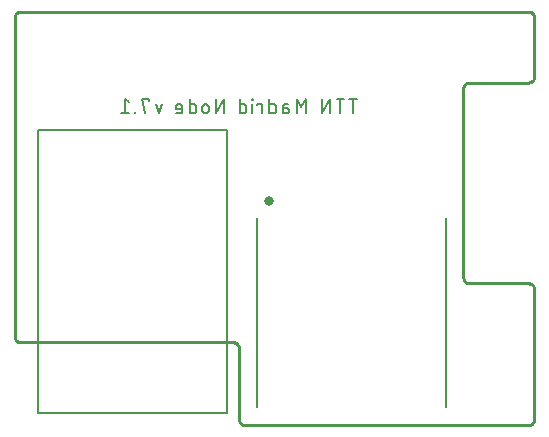
<source format=gbo>
G04 EAGLE Gerber RS-274X export*
G75*
%MOMM*%
%FSLAX34Y34*%
%LPD*%
%INSilkscreen Bottom*%
%IPPOS*%
%AMOC8*
5,1,8,0,0,1.08239X$1,22.5*%
G01*
%ADD10C,0.203200*%
%ADD11C,0.127000*%
%ADD12C,0.200000*%
%ADD13C,0.800000*%
%ADD14C,0.254000*%


D10*
X286810Y264016D02*
X286810Y275984D01*
X290134Y275984D02*
X283485Y275984D01*
X275890Y275984D02*
X275890Y264016D01*
X279214Y275984D02*
X272565Y275984D01*
X267034Y275984D02*
X267034Y264016D01*
X260385Y264016D02*
X267034Y275984D01*
X260385Y275984D02*
X260385Y264016D01*
X246699Y264016D02*
X246699Y275984D01*
X242710Y269335D01*
X238721Y275984D01*
X238721Y264016D01*
X230114Y268670D02*
X227122Y268670D01*
X230114Y268670D02*
X230209Y268668D01*
X230304Y268662D01*
X230398Y268653D01*
X230492Y268639D01*
X230585Y268622D01*
X230678Y268601D01*
X230770Y268576D01*
X230860Y268547D01*
X230949Y268515D01*
X231037Y268479D01*
X231124Y268440D01*
X231208Y268397D01*
X231291Y268350D01*
X231372Y268301D01*
X231451Y268248D01*
X231527Y268192D01*
X231602Y268132D01*
X231673Y268070D01*
X231743Y268005D01*
X231809Y267937D01*
X231873Y267867D01*
X231933Y267794D01*
X231991Y267718D01*
X232046Y267641D01*
X232097Y267561D01*
X232145Y267479D01*
X232190Y267395D01*
X232231Y267310D01*
X232268Y267223D01*
X232302Y267134D01*
X232333Y267044D01*
X232360Y266953D01*
X232383Y266861D01*
X232402Y266768D01*
X232417Y266674D01*
X232429Y266580D01*
X232437Y266485D01*
X232441Y266390D01*
X232441Y266296D01*
X232437Y266201D01*
X232429Y266106D01*
X232417Y266012D01*
X232402Y265918D01*
X232383Y265825D01*
X232360Y265733D01*
X232333Y265642D01*
X232302Y265552D01*
X232268Y265463D01*
X232231Y265376D01*
X232190Y265291D01*
X232145Y265207D01*
X232097Y265125D01*
X232046Y265045D01*
X231991Y264968D01*
X231933Y264892D01*
X231873Y264819D01*
X231809Y264749D01*
X231743Y264681D01*
X231673Y264616D01*
X231602Y264554D01*
X231527Y264494D01*
X231451Y264438D01*
X231372Y264385D01*
X231291Y264336D01*
X231208Y264289D01*
X231124Y264246D01*
X231037Y264207D01*
X230949Y264171D01*
X230860Y264139D01*
X230770Y264110D01*
X230678Y264085D01*
X230585Y264064D01*
X230492Y264047D01*
X230398Y264033D01*
X230304Y264024D01*
X230209Y264018D01*
X230114Y264016D01*
X227122Y264016D01*
X227122Y270000D01*
X227121Y270000D02*
X227123Y270087D01*
X227129Y270174D01*
X227138Y270260D01*
X227151Y270346D01*
X227168Y270432D01*
X227189Y270516D01*
X227213Y270600D01*
X227241Y270682D01*
X227273Y270763D01*
X227308Y270843D01*
X227346Y270921D01*
X227388Y270998D01*
X227433Y271072D01*
X227482Y271144D01*
X227533Y271214D01*
X227588Y271282D01*
X227645Y271348D01*
X227705Y271411D01*
X227768Y271471D01*
X227834Y271528D01*
X227902Y271583D01*
X227972Y271634D01*
X228044Y271683D01*
X228119Y271728D01*
X228195Y271770D01*
X228273Y271808D01*
X228353Y271843D01*
X228434Y271875D01*
X228516Y271903D01*
X228600Y271927D01*
X228684Y271948D01*
X228770Y271965D01*
X228856Y271978D01*
X228942Y271987D01*
X229029Y271993D01*
X229116Y271995D01*
X231776Y271995D01*
X215782Y275984D02*
X215782Y264016D01*
X219106Y264016D01*
X219193Y264018D01*
X219280Y264024D01*
X219366Y264033D01*
X219452Y264046D01*
X219538Y264063D01*
X219622Y264084D01*
X219706Y264108D01*
X219788Y264136D01*
X219869Y264168D01*
X219949Y264203D01*
X220027Y264241D01*
X220104Y264283D01*
X220178Y264328D01*
X220250Y264377D01*
X220320Y264428D01*
X220388Y264483D01*
X220454Y264540D01*
X220517Y264600D01*
X220577Y264663D01*
X220634Y264729D01*
X220689Y264797D01*
X220740Y264867D01*
X220789Y264939D01*
X220834Y265014D01*
X220876Y265090D01*
X220914Y265168D01*
X220949Y265248D01*
X220981Y265329D01*
X221009Y265411D01*
X221033Y265495D01*
X221054Y265579D01*
X221071Y265665D01*
X221084Y265751D01*
X221093Y265837D01*
X221099Y265924D01*
X221101Y266011D01*
X221101Y270000D01*
X221099Y270087D01*
X221093Y270174D01*
X221084Y270260D01*
X221071Y270346D01*
X221054Y270432D01*
X221033Y270516D01*
X221009Y270600D01*
X220981Y270682D01*
X220949Y270763D01*
X220914Y270843D01*
X220876Y270921D01*
X220834Y270998D01*
X220789Y271072D01*
X220740Y271144D01*
X220689Y271214D01*
X220634Y271282D01*
X220577Y271348D01*
X220517Y271411D01*
X220454Y271471D01*
X220388Y271528D01*
X220320Y271583D01*
X220250Y271634D01*
X220178Y271683D01*
X220104Y271728D01*
X220027Y271770D01*
X219949Y271808D01*
X219869Y271843D01*
X219788Y271875D01*
X219706Y271903D01*
X219622Y271927D01*
X219538Y271948D01*
X219452Y271965D01*
X219366Y271978D01*
X219280Y271987D01*
X219193Y271993D01*
X219106Y271995D01*
X215782Y271995D01*
X209147Y271995D02*
X209147Y264016D01*
X209147Y271995D02*
X205157Y271995D01*
X205157Y270665D01*
X201130Y271995D02*
X201130Y264016D01*
X201462Y275319D02*
X201462Y275984D01*
X200798Y275984D01*
X200798Y275319D01*
X201462Y275319D01*
X190582Y275984D02*
X190582Y264016D01*
X193906Y264016D01*
X193993Y264018D01*
X194080Y264024D01*
X194166Y264033D01*
X194252Y264046D01*
X194338Y264063D01*
X194422Y264084D01*
X194506Y264108D01*
X194588Y264136D01*
X194669Y264168D01*
X194749Y264203D01*
X194827Y264241D01*
X194904Y264283D01*
X194978Y264328D01*
X195050Y264377D01*
X195120Y264428D01*
X195188Y264483D01*
X195254Y264540D01*
X195317Y264600D01*
X195377Y264663D01*
X195434Y264729D01*
X195489Y264797D01*
X195540Y264867D01*
X195589Y264939D01*
X195634Y265014D01*
X195676Y265090D01*
X195714Y265168D01*
X195749Y265248D01*
X195781Y265329D01*
X195809Y265411D01*
X195833Y265495D01*
X195854Y265579D01*
X195871Y265665D01*
X195884Y265751D01*
X195893Y265837D01*
X195899Y265924D01*
X195901Y266011D01*
X195901Y270000D01*
X195899Y270087D01*
X195893Y270174D01*
X195884Y270260D01*
X195871Y270346D01*
X195854Y270432D01*
X195833Y270516D01*
X195809Y270600D01*
X195781Y270682D01*
X195749Y270763D01*
X195714Y270843D01*
X195676Y270921D01*
X195634Y270998D01*
X195589Y271072D01*
X195540Y271144D01*
X195489Y271214D01*
X195434Y271282D01*
X195377Y271348D01*
X195317Y271411D01*
X195254Y271471D01*
X195188Y271528D01*
X195120Y271583D01*
X195050Y271634D01*
X194978Y271683D01*
X194904Y271728D01*
X194827Y271770D01*
X194749Y271808D01*
X194669Y271843D01*
X194588Y271875D01*
X194506Y271903D01*
X194422Y271927D01*
X194338Y271948D01*
X194252Y271965D01*
X194166Y271978D01*
X194080Y271987D01*
X193993Y271993D01*
X193906Y271995D01*
X190582Y271995D01*
X177154Y275984D02*
X177154Y264016D01*
X170506Y264016D02*
X177154Y275984D01*
X170506Y275984D02*
X170506Y264016D01*
X164310Y266676D02*
X164310Y269335D01*
X164308Y269437D01*
X164302Y269539D01*
X164292Y269640D01*
X164279Y269741D01*
X164261Y269841D01*
X164240Y269941D01*
X164215Y270040D01*
X164186Y270138D01*
X164153Y270234D01*
X164117Y270329D01*
X164077Y270423D01*
X164034Y270515D01*
X163987Y270606D01*
X163936Y270694D01*
X163883Y270781D01*
X163826Y270865D01*
X163765Y270948D01*
X163702Y271027D01*
X163636Y271105D01*
X163567Y271180D01*
X163495Y271252D01*
X163420Y271321D01*
X163342Y271387D01*
X163263Y271450D01*
X163180Y271511D01*
X163096Y271568D01*
X163009Y271621D01*
X162921Y271672D01*
X162830Y271719D01*
X162738Y271762D01*
X162644Y271802D01*
X162549Y271838D01*
X162453Y271871D01*
X162355Y271900D01*
X162256Y271925D01*
X162156Y271946D01*
X162056Y271964D01*
X161955Y271977D01*
X161854Y271987D01*
X161752Y271993D01*
X161650Y271995D01*
X161548Y271993D01*
X161446Y271987D01*
X161345Y271977D01*
X161244Y271964D01*
X161144Y271946D01*
X161044Y271925D01*
X160945Y271900D01*
X160847Y271871D01*
X160751Y271838D01*
X160656Y271802D01*
X160562Y271762D01*
X160470Y271719D01*
X160379Y271672D01*
X160291Y271621D01*
X160204Y271568D01*
X160120Y271511D01*
X160037Y271450D01*
X159958Y271387D01*
X159880Y271321D01*
X159805Y271252D01*
X159733Y271180D01*
X159664Y271105D01*
X159598Y271027D01*
X159535Y270948D01*
X159474Y270865D01*
X159417Y270781D01*
X159364Y270694D01*
X159313Y270606D01*
X159266Y270515D01*
X159223Y270423D01*
X159183Y270329D01*
X159147Y270234D01*
X159114Y270138D01*
X159085Y270040D01*
X159060Y269941D01*
X159039Y269841D01*
X159021Y269741D01*
X159008Y269640D01*
X158998Y269539D01*
X158992Y269437D01*
X158990Y269335D01*
X158991Y269335D02*
X158991Y266676D01*
X158990Y266676D02*
X158992Y266574D01*
X158998Y266472D01*
X159008Y266371D01*
X159021Y266270D01*
X159039Y266170D01*
X159060Y266070D01*
X159085Y265971D01*
X159114Y265873D01*
X159147Y265777D01*
X159183Y265682D01*
X159223Y265588D01*
X159266Y265496D01*
X159313Y265405D01*
X159364Y265317D01*
X159417Y265230D01*
X159474Y265146D01*
X159535Y265063D01*
X159598Y264984D01*
X159664Y264906D01*
X159733Y264831D01*
X159805Y264759D01*
X159880Y264690D01*
X159958Y264624D01*
X160037Y264561D01*
X160120Y264500D01*
X160204Y264443D01*
X160291Y264390D01*
X160379Y264339D01*
X160470Y264292D01*
X160562Y264249D01*
X160656Y264209D01*
X160751Y264173D01*
X160847Y264140D01*
X160945Y264111D01*
X161044Y264086D01*
X161144Y264065D01*
X161244Y264047D01*
X161345Y264034D01*
X161446Y264024D01*
X161548Y264018D01*
X161650Y264016D01*
X161752Y264018D01*
X161854Y264024D01*
X161955Y264034D01*
X162056Y264047D01*
X162156Y264065D01*
X162256Y264086D01*
X162355Y264111D01*
X162453Y264140D01*
X162549Y264173D01*
X162644Y264209D01*
X162738Y264249D01*
X162830Y264292D01*
X162921Y264339D01*
X163009Y264390D01*
X163096Y264443D01*
X163180Y264500D01*
X163263Y264561D01*
X163342Y264624D01*
X163420Y264690D01*
X163495Y264759D01*
X163567Y264831D01*
X163636Y264906D01*
X163702Y264984D01*
X163765Y265063D01*
X163826Y265146D01*
X163883Y265230D01*
X163936Y265317D01*
X163987Y265405D01*
X164034Y265496D01*
X164077Y265588D01*
X164117Y265682D01*
X164153Y265777D01*
X164186Y265873D01*
X164215Y265971D01*
X164240Y266070D01*
X164261Y266170D01*
X164279Y266270D01*
X164292Y266371D01*
X164302Y266472D01*
X164308Y266574D01*
X164310Y266676D01*
X148162Y264016D02*
X148162Y275984D01*
X148162Y264016D02*
X151486Y264016D01*
X151573Y264018D01*
X151660Y264024D01*
X151746Y264033D01*
X151832Y264046D01*
X151918Y264063D01*
X152002Y264084D01*
X152086Y264108D01*
X152168Y264136D01*
X152249Y264168D01*
X152329Y264203D01*
X152407Y264241D01*
X152484Y264283D01*
X152558Y264328D01*
X152630Y264377D01*
X152700Y264428D01*
X152768Y264483D01*
X152834Y264540D01*
X152897Y264600D01*
X152957Y264663D01*
X153014Y264729D01*
X153069Y264797D01*
X153120Y264867D01*
X153169Y264939D01*
X153214Y265014D01*
X153256Y265090D01*
X153294Y265168D01*
X153329Y265248D01*
X153361Y265329D01*
X153389Y265411D01*
X153413Y265495D01*
X153434Y265579D01*
X153451Y265665D01*
X153464Y265751D01*
X153473Y265837D01*
X153479Y265924D01*
X153481Y266011D01*
X153481Y270000D01*
X153479Y270087D01*
X153473Y270174D01*
X153464Y270260D01*
X153451Y270346D01*
X153434Y270432D01*
X153413Y270516D01*
X153389Y270600D01*
X153361Y270682D01*
X153329Y270763D01*
X153294Y270843D01*
X153256Y270921D01*
X153214Y270998D01*
X153169Y271072D01*
X153120Y271144D01*
X153069Y271214D01*
X153014Y271282D01*
X152957Y271348D01*
X152897Y271411D01*
X152834Y271471D01*
X152768Y271528D01*
X152700Y271583D01*
X152630Y271634D01*
X152558Y271683D01*
X152484Y271728D01*
X152407Y271770D01*
X152329Y271808D01*
X152249Y271843D01*
X152168Y271875D01*
X152086Y271903D01*
X152002Y271927D01*
X151918Y271948D01*
X151832Y271965D01*
X151746Y271978D01*
X151660Y271987D01*
X151573Y271993D01*
X151486Y271995D01*
X148162Y271995D01*
X140055Y264016D02*
X136731Y264016D01*
X140055Y264016D02*
X140142Y264018D01*
X140229Y264024D01*
X140315Y264033D01*
X140401Y264046D01*
X140487Y264063D01*
X140571Y264084D01*
X140655Y264108D01*
X140737Y264136D01*
X140818Y264168D01*
X140898Y264203D01*
X140976Y264241D01*
X141053Y264283D01*
X141127Y264328D01*
X141199Y264377D01*
X141269Y264428D01*
X141337Y264483D01*
X141403Y264540D01*
X141466Y264600D01*
X141526Y264663D01*
X141583Y264729D01*
X141638Y264797D01*
X141689Y264867D01*
X141738Y264939D01*
X141783Y265014D01*
X141825Y265090D01*
X141863Y265168D01*
X141898Y265248D01*
X141930Y265329D01*
X141958Y265411D01*
X141982Y265495D01*
X142003Y265579D01*
X142020Y265665D01*
X142033Y265751D01*
X142042Y265837D01*
X142048Y265924D01*
X142050Y266011D01*
X142050Y269335D01*
X142048Y269437D01*
X142042Y269539D01*
X142032Y269640D01*
X142019Y269741D01*
X142001Y269841D01*
X141980Y269941D01*
X141955Y270040D01*
X141926Y270138D01*
X141893Y270234D01*
X141857Y270329D01*
X141817Y270423D01*
X141774Y270515D01*
X141727Y270606D01*
X141676Y270694D01*
X141623Y270781D01*
X141566Y270865D01*
X141505Y270948D01*
X141442Y271027D01*
X141376Y271105D01*
X141307Y271180D01*
X141235Y271252D01*
X141160Y271321D01*
X141082Y271387D01*
X141003Y271450D01*
X140920Y271511D01*
X140836Y271568D01*
X140749Y271621D01*
X140661Y271672D01*
X140570Y271719D01*
X140478Y271762D01*
X140384Y271802D01*
X140289Y271838D01*
X140193Y271871D01*
X140095Y271900D01*
X139996Y271925D01*
X139896Y271946D01*
X139796Y271964D01*
X139695Y271977D01*
X139594Y271987D01*
X139492Y271993D01*
X139390Y271995D01*
X139288Y271993D01*
X139186Y271987D01*
X139085Y271977D01*
X138984Y271964D01*
X138884Y271946D01*
X138784Y271925D01*
X138685Y271900D01*
X138587Y271871D01*
X138491Y271838D01*
X138396Y271802D01*
X138302Y271762D01*
X138210Y271719D01*
X138119Y271672D01*
X138031Y271621D01*
X137944Y271568D01*
X137860Y271511D01*
X137777Y271450D01*
X137698Y271387D01*
X137620Y271321D01*
X137545Y271252D01*
X137473Y271180D01*
X137404Y271105D01*
X137338Y271027D01*
X137275Y270948D01*
X137214Y270865D01*
X137157Y270781D01*
X137104Y270694D01*
X137053Y270606D01*
X137006Y270515D01*
X136963Y270423D01*
X136923Y270329D01*
X136887Y270234D01*
X136854Y270138D01*
X136825Y270040D01*
X136800Y269941D01*
X136779Y269841D01*
X136761Y269741D01*
X136748Y269640D01*
X136738Y269539D01*
X136732Y269437D01*
X136730Y269335D01*
X136731Y269335D02*
X136731Y268005D01*
X142050Y268005D01*
X124830Y271995D02*
X122170Y264016D01*
X119511Y271995D01*
X114155Y274654D02*
X114155Y275984D01*
X107506Y275984D01*
X110830Y264016D01*
X102343Y264016D02*
X102343Y264681D01*
X101678Y264681D01*
X101678Y264016D01*
X102343Y264016D01*
X96515Y273324D02*
X93190Y275984D01*
X93190Y264016D01*
X89866Y264016D02*
X96515Y264016D01*
D11*
X20000Y250000D02*
X180000Y250000D01*
X180000Y10000D01*
X20000Y10000D01*
X20000Y250000D01*
D12*
X205000Y175000D02*
X205000Y15000D01*
X365000Y15000D02*
X365000Y175000D01*
D13*
X215000Y190000D03*
D14*
X0Y75000D02*
X19Y74564D01*
X76Y74132D01*
X170Y73706D01*
X302Y73290D01*
X468Y72887D01*
X670Y72500D01*
X904Y72132D01*
X1170Y71786D01*
X1464Y71464D01*
X1786Y71170D01*
X2132Y70904D01*
X2500Y70670D01*
X2887Y70468D01*
X3290Y70302D01*
X3706Y70170D01*
X4132Y70076D01*
X4564Y70019D01*
X5000Y70000D01*
X185000Y70000D01*
X185436Y69981D01*
X185868Y69924D01*
X186294Y69830D01*
X186710Y69698D01*
X187113Y69532D01*
X187500Y69330D01*
X187868Y69096D01*
X188214Y68830D01*
X188536Y68536D01*
X188830Y68214D01*
X189096Y67868D01*
X189330Y67500D01*
X189532Y67113D01*
X189698Y66710D01*
X189830Y66294D01*
X189924Y65868D01*
X189981Y65436D01*
X190000Y65000D01*
X190000Y5000D01*
X190019Y4564D01*
X190076Y4132D01*
X190170Y3706D01*
X190302Y3290D01*
X190468Y2887D01*
X190670Y2500D01*
X190904Y2132D01*
X191170Y1786D01*
X191464Y1464D01*
X191786Y1170D01*
X192132Y904D01*
X192500Y670D01*
X192887Y468D01*
X193290Y302D01*
X193706Y170D01*
X194132Y76D01*
X194564Y19D01*
X195000Y0D01*
X435000Y0D01*
X435436Y19D01*
X435868Y76D01*
X436294Y170D01*
X436710Y302D01*
X437113Y468D01*
X437500Y670D01*
X437868Y904D01*
X438214Y1170D01*
X438536Y1465D01*
X438830Y1786D01*
X439096Y2132D01*
X439330Y2500D01*
X439532Y2887D01*
X439698Y3290D01*
X439830Y3706D01*
X439924Y4132D01*
X439981Y4564D01*
X440000Y5000D01*
X440000Y115000D01*
X439981Y115436D01*
X439924Y115868D01*
X439830Y116294D01*
X439698Y116710D01*
X439532Y117113D01*
X439330Y117500D01*
X439096Y117868D01*
X438830Y118214D01*
X438536Y118536D01*
X438214Y118830D01*
X437868Y119096D01*
X437500Y119330D01*
X437113Y119532D01*
X436710Y119698D01*
X436294Y119830D01*
X435868Y119924D01*
X435436Y119981D01*
X435000Y120000D01*
X385000Y120000D01*
X384564Y120019D01*
X384132Y120076D01*
X383706Y120170D01*
X383290Y120302D01*
X382887Y120468D01*
X382500Y120670D01*
X382132Y120904D01*
X381786Y121170D01*
X381464Y121464D01*
X381170Y121786D01*
X380904Y122132D01*
X380670Y122500D01*
X380468Y122887D01*
X380302Y123290D01*
X380170Y123706D01*
X380076Y124132D01*
X380019Y124564D01*
X380000Y125000D01*
X380000Y285000D01*
X380019Y285436D01*
X380076Y285868D01*
X380170Y286294D01*
X380302Y286710D01*
X380468Y287113D01*
X380670Y287500D01*
X380904Y287868D01*
X381170Y288214D01*
X381464Y288536D01*
X381786Y288830D01*
X382132Y289096D01*
X382500Y289330D01*
X382887Y289532D01*
X383290Y289698D01*
X383706Y289830D01*
X384132Y289924D01*
X384564Y289981D01*
X385000Y290000D01*
X385000Y290000D01*
X435000Y290000D01*
X435436Y290019D01*
X435868Y290076D01*
X436294Y290170D01*
X436710Y290302D01*
X437113Y290468D01*
X437500Y290670D01*
X437868Y290904D01*
X438214Y291170D01*
X438536Y291464D01*
X438830Y291786D01*
X439096Y292132D01*
X439330Y292500D01*
X439532Y292887D01*
X439698Y293290D01*
X439830Y293706D01*
X439924Y294132D01*
X439981Y294564D01*
X440000Y295000D01*
X440000Y345000D01*
X439981Y345436D01*
X439924Y345868D01*
X439830Y346294D01*
X439698Y346710D01*
X439532Y347113D01*
X439330Y347500D01*
X439096Y347868D01*
X438830Y348214D01*
X438536Y348536D01*
X438214Y348830D01*
X437868Y349096D01*
X437500Y349330D01*
X437113Y349532D01*
X436710Y349698D01*
X436294Y349830D01*
X435868Y349924D01*
X435436Y349981D01*
X435000Y350000D01*
X5000Y350000D01*
X4564Y349981D01*
X4132Y349924D01*
X3706Y349830D01*
X3290Y349698D01*
X2887Y349532D01*
X2500Y349330D01*
X2132Y349096D01*
X1786Y348830D01*
X1464Y348536D01*
X1170Y348214D01*
X904Y347868D01*
X670Y347500D01*
X468Y347113D01*
X302Y346710D01*
X170Y346294D01*
X76Y345868D01*
X19Y345436D01*
X0Y345000D01*
X0Y75000D01*
M02*

</source>
